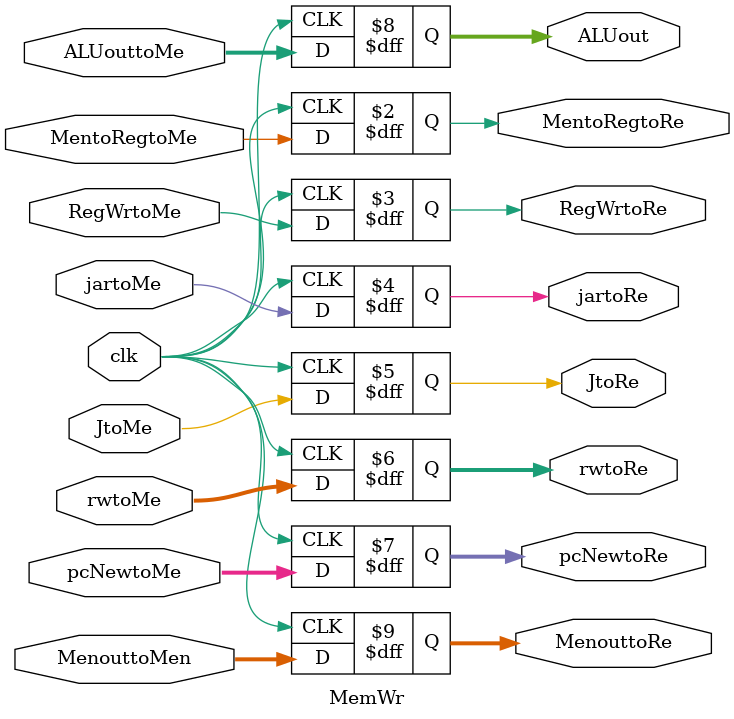
<source format=v>
module MemWr (MentoRegtoMe, RegWrtoMe, jartoMe, JtoMe, rwtoMe, pcNewtoMe,
  ALUouttoMe, MentoRegtoRe, RegWrtoRe, jartoRe, JtoRe, rwtoRe, pcNewtoRe,
  ALUout, clk, MenouttoMen, MenouttoRe);

  input MentoRegtoMe, RegWrtoMe, jartoMe, JtoMe;
  input [4:0] rwtoMe;
  input [31:0] pcNewtoMe, ALUouttoMe, MenouttoMen;
  input clk;

  output MentoRegtoRe, RegWrtoRe, jartoRe, JtoRe;
  output [4:0] rwtoRe;
  output [31:0] pcNewtoRe, ALUout, MenouttoRe;

  reg MentoRegtoRe, RegWrtoRe, jartoRe, JtoRe;
  reg [4:0] rwtoRe;
  reg [31:0] pcNewtoRe, ALUout, MenouttoRe;

  always @ (negedge clk) begin

    MentoRegtoRe <= MentoRegtoMe;
    RegWrtoRe <= RegWrtoMe;
    pcNewtoRe <= pcNewtoMe;
    jartoRe <= jartoMe;
    rwtoRe <= rwtoMe;
    ALUout <= ALUouttoMe;
    JtoRe <= JtoMe;

    MenouttoRe <= MenouttoMen;
  end


endmodule // MenWr

</source>
